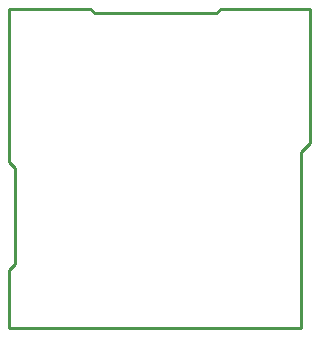
<source format=gko>
G04*
G04 #@! TF.GenerationSoftware,Altium Limited,Altium Designer,21.0.8 (223)*
G04*
G04 Layer_Color=16711935*
%FSLAX25Y25*%
%MOIN*%
G70*
G04*
G04 #@! TF.SameCoordinates,482E8025-2E78-4A05-A4F1-2824EEF061A7*
G04*
G04*
G04 #@! TF.FilePolarity,Positive*
G04*
G01*
G75*
%ADD10C,0.01000*%
D10*
X0Y0D02*
Y19500D01*
X2000Y21500D01*
Y53500D01*
X-0Y55500D02*
X2000Y53500D01*
X-0Y55500D02*
Y106500D01*
X70501Y106501D02*
X100393D01*
X69000Y105000D02*
X70501Y106501D01*
X28500Y105000D02*
X69000D01*
X27000Y106500D02*
X28500Y105000D01*
X-0Y106500D02*
X27000D01*
X100393Y61893D02*
Y106501D01*
X97244Y58744D02*
X100393Y61893D01*
X97244Y0D02*
Y58744D01*
X0Y0D02*
X97244D01*
M02*

</source>
